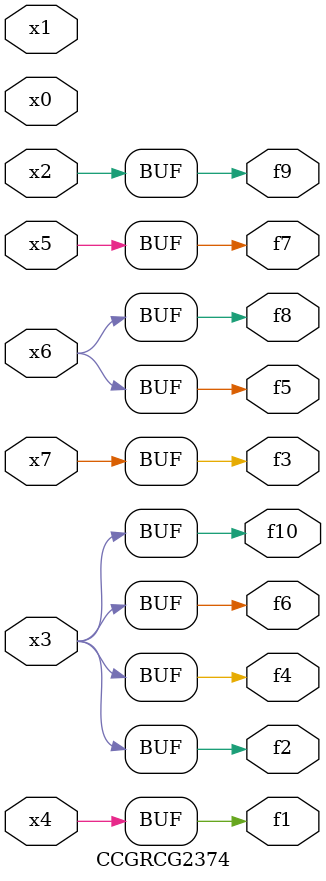
<source format=v>
module CCGRCG2374(
	input x0, x1, x2, x3, x4, x5, x6, x7,
	output f1, f2, f3, f4, f5, f6, f7, f8, f9, f10
);
	assign f1 = x4;
	assign f2 = x3;
	assign f3 = x7;
	assign f4 = x3;
	assign f5 = x6;
	assign f6 = x3;
	assign f7 = x5;
	assign f8 = x6;
	assign f9 = x2;
	assign f10 = x3;
endmodule

</source>
